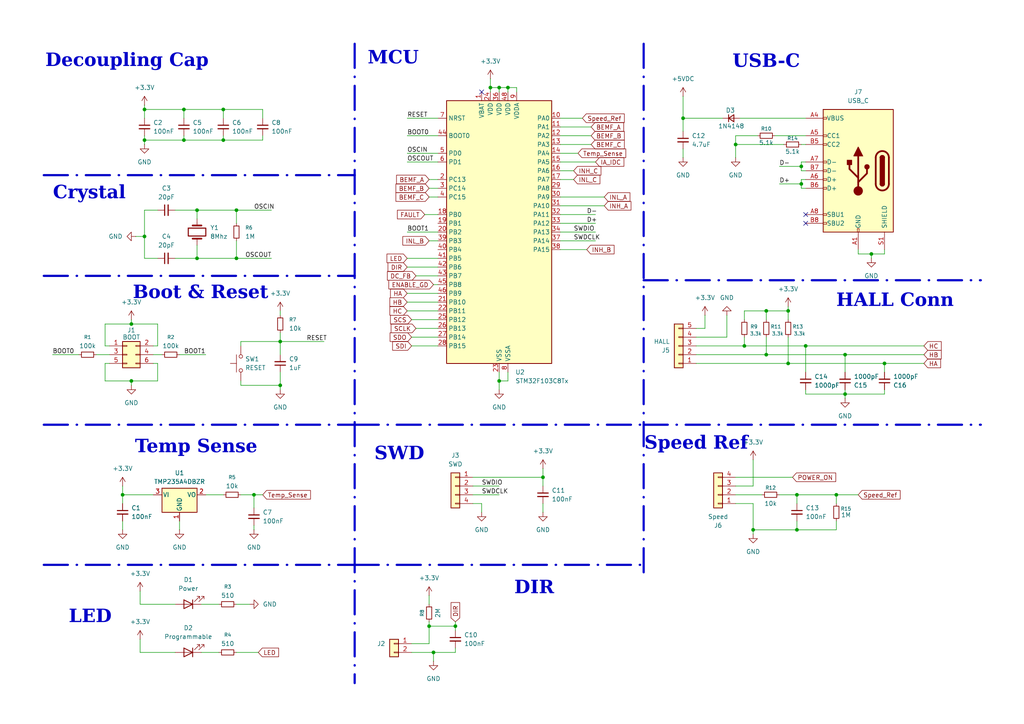
<source format=kicad_sch>
(kicad_sch (version 20250114) (generator "eeschema") (generator_version "9.0")
  (paper "A4")
  (title_block (title "MCU and Periphs") (date "2025-06-11"))
  (lib_symbols
    (symbol "Connector:USB_C_Receptacle_USB2.0_16P" (pin_names (offset 1.016))
      (property "Reference" "J" (at 0 22.225 0))
      (property "Value" "USB_C_Receptacle_USB2.0_16P" (at 0 19.685 0))
      (symbol "USB_C_Receptacle_USB2.0_16P_1_1"
        (pin passive line (at -7.62 -22.86 90) (length 5.08) (name "SHIELD") (number "S1"))
        (pin passive line (at 0 -22.86 90) (length 5.08) (name "GND") (number "A1"))
        (pin passive line (at 0 -22.86 90) (length 5.08) (hide yes) (name "GND") (number "A12"))
        (pin passive line (at 0 -22.86 90) (length 5.08) (hide yes) (name "GND") (number "B1"))
        (pin passive line (at 0 -22.86 90) (length 5.08) (hide yes) (name "GND") (number "B12"))
        (pin passive line (at 15.24 15.24 180) (length 5.08) (name "VBUS") (number "A4"))
        (pin passive line (at 15.24 15.24 180) (length 5.08) (hide yes) (name "VBUS") (number "A9"))
        (pin passive line (at 15.24 15.24 180) (length 5.08) (hide yes) (name "VBUS") (number "B4"))
        (pin passive line (at 15.24 15.24 180) (length 5.08) (hide yes) (name "VBUS") (number "B9"))
        (pin bidirectional line (at 15.24 10.16 180) (length 5.08) (name "CC1") (number "A5"))
        (pin bidirectional line (at 15.24 7.62 180) (length 5.08) (name "CC2") (number "B5"))
        (pin bidirectional line (at 15.24 2.54 180) (length 5.08) (name "D-") (number "A7"))
        (pin bidirectional line (at 15.24 0 180) (length 5.08) (name "D-") (number "B7"))
        (pin bidirectional line (at 15.24 -2.54 180) (length 5.08) (name "D+") (number "A6"))
        (pin bidirectional line (at 15.24 -5.08 180) (length 5.08) (name "D+") (number "B6"))
        (pin bidirectional line (at 15.24 -12.7 180) (length 5.08) (name "SBU1") (number "A8"))
        (pin bidirectional line (at 15.24 -15.24 180) (length 5.08) (name "SBU2") (number "B8"))
      )
    )
    (symbol "Connector_Generic:Conn_01x02" (pin_names (offset 1.016) (hide yes))
      (property "Reference" "J" (at 0 2.54 0))
      (property "Value" "Conn_01x02" (at 0 -5.08 0))
      (symbol "Conn_01x02_1_1"
        (pin passive line (at -5.08 0 0) (length 3.81) (name "Pin_1") (number "1"))
        (pin passive line (at -5.08 -2.54 0) (length 3.81) (name "Pin_2") (number "2"))
      )
    )
    (symbol "Connector_Generic:Conn_01x04" (pin_names (offset 1.016) (hide yes))
      (property "Reference" "J" (at 0 5.08 0))
      (property "Value" "Conn_01x04" (at 0 -7.62 0))
      (symbol "Conn_01x04_1_1"
        (pin passive line (at -5.08 2.54 0) (length 3.81) (name "Pin_1") (number "1"))
        (pin passive line (at -5.08 0 0) (length 3.81) (name "Pin_2") (number "2"))
        (pin passive line (at -5.08 -2.54 0) (length 3.81) (name "Pin_3") (number "3"))
        (pin passive line (at -5.08 -5.08 0) (length 3.81) (name "Pin_4") (number "4"))
      )
    )
    (symbol "Connector_Generic:Conn_01x05" (pin_names (offset 1.016) (hide yes))
      (property "Reference" "J" (at 0 7.62 0))
      (property "Value" "Conn_01x05" (at 0 -7.62 0))
      (symbol "Conn_01x05_1_1"
        (pin passive line (at -5.08 5.08 0) (length 3.81) (name "Pin_1") (number "1"))
        (pin passive line (at -5.08 2.54 0) (length 3.81) (name "Pin_2") (number "2"))
        (pin passive line (at -5.08 0 0) (length 3.81) (name "Pin_3") (number "3"))
        (pin passive line (at -5.08 -2.54 0) (length 3.81) (name "Pin_4") (number "4"))
        (pin passive line (at -5.08 -5.08 0) (length 3.81) (name "Pin_5") (number "5"))
      )
    )
    (symbol "Connector_Generic:Conn_02x03_Odd_Even" (pin_names (offset 1.016) (hide yes))
      (property "Reference" "J" (at 1.27 5.08 0))
      (property "Value" "Conn_02x03_Odd_Even" (at 1.27 -5.08 0))
      (symbol "Conn_02x03_Odd_Even_1_1"
        (pin passive line (at -5.08 2.54 0) (length 3.81) (name "Pin_1") (number "1"))
        (pin passive line (at -5.08 0 0) (length 3.81) (name "Pin_3") (number "3"))
        (pin passive line (at -5.08 -2.54 0) (length 3.81) (name "Pin_5") (number "5"))
        (pin passive line (at 7.62 2.54 180) (length 3.81) (name "Pin_2") (number "2"))
        (pin passive line (at 7.62 0 180) (length 3.81) (name "Pin_4") (number "4"))
        (pin passive line (at 7.62 -2.54 180) (length 3.81) (name "Pin_6") (number "6"))
      )
    )
    (symbol "Device:C_Small" (pin_numbers (hide yes)) (pin_names (offset 0.254) (hide yes))
      (property "Reference" "C" (at 0.254 1.778 0))
      (property "Value" "C_Small" (at 0.254 -2.032 0))
      (symbol "C_Small_1_1"
        (pin passive line (at 0 2.54 270) (length 2.032) (name "~") (number "1"))
        (pin passive line (at 0 -2.54 90) (length 2.032) (name "~") (number "2"))
      )
    )
    (symbol "Device:Crystal" (pin_numbers (hide yes)) (pin_names (offset 1.016) (hide yes))
      (property "Reference" "Y" (at 0 3.81 0))
      (property "Value" "Crystal" (at 0 -3.81 0))
      (symbol "Crystal_1_1"
        (pin passive line (at -3.81 0 0) (length 1.27) (name "1") (number "1"))
        (pin passive line (at 3.81 0 180) (length 1.27) (name "2") (number "2"))
      )
    )
    (symbol "Device:D_Small" (pin_numbers (hide yes)) (pin_names (offset 0.254) (hide yes))
      (property "Reference" "D" (at -1.27 2.032 0))
      (property "Value" "D_Small" (at -3.81 -2.032 0))
      (symbol "D_Small_1_1"
        (pin passive line (at -2.54 0 0) (length 1.778) (name "K") (number "1"))
        (pin passive line (at 2.54 0 180) (length 1.778) (name "A") (number "2"))
      )
    )
    (symbol "Device:LED" (pin_numbers (hide yes)) (pin_names (offset 1.016) (hide yes))
      (property "Reference" "D" (at 0 2.54 0))
      (property "Value" "LED" (at 0 -2.54 0))
      (symbol "LED_1_1"
        (pin passive line (at -3.81 0 0) (length 2.54) (name "K") (number "1"))
        (pin passive line (at 3.81 0 180) (length 2.54) (name "A") (number "2"))
      )
    )
    (symbol "Device:R_Small" (pin_numbers (hide yes)) (pin_names (offset 0.254) (hide yes))
      (property "Reference" "R" (at 0 0 90))
      (property "Value" "R_Small" (at 1.778 0 90))
      (symbol "R_Small_1_1"
        (pin passive line (at 0 2.54 270) (length 0.762) (name "~") (number "1"))
        (pin passive line (at 0 -2.54 90) (length 0.762) (name "~") (number "2"))
      )
    )
    (symbol "MCU_ST_STM32F1:STM32F103C8Tx"
      (property "Reference" "U" (at -15.24 39.37 0))
      (property "Value" "STM32F103C8Tx" (at 7.62 39.37 0))
      (symbol "STM32F103C8Tx_1_1"
        (pin input line (at -17.78 33.02 0) (length 2.54) (name "NRST") (number "7"))
        (pin input line (at -17.78 27.94 0) (length 2.54) (name "BOOT0") (number "44"))
        (pin bidirectional line (at -17.78 22.86 0) (length 2.54) (name "PD0") (number "5"))
        (pin bidirectional line (at -17.78 20.32 0) (length 2.54) (name "PD1") (number "6"))
        (pin bidirectional line (at -17.78 15.24 0) (length 2.54) (name "PC13") (number "2"))
        (pin bidirectional line (at -17.78 12.7 0) (length 2.54) (name "PC14") (number "3"))
        (pin bidirectional line (at -17.78 10.16 0) (length 2.54) (name "PC15") (number "4"))
        (pin bidirectional line (at -17.78 5.08 0) (length 2.54) (name "PB0") (number "18"))
        (pin bidirectional line (at -17.78 2.54 0) (length 2.54) (name "PB1") (number "19"))
        (pin bidirectional line (at -17.78 0 0) (length 2.54) (name "PB2") (number "20"))
        (pin bidirectional line (at -17.78 -2.54 0) (length 2.54) (name "PB3") (number "39"))
        (pin bidirectional line (at -17.78 -5.08 0) (length 2.54) (name "PB4") (number "40"))
        (pin bidirectional line (at -17.78 -7.62 0) (length 2.54) (name "PB5") (number "41"))
        (pin bidirectional line (at -17.78 -10.16 0) (length 2.54) (name "PB6") (number "42"))
        (pin bidirectional line (at -17.78 -12.7 0) (length 2.54) (name "PB7") (number "43"))
        (pin bidirectional line (at -17.78 -15.24 0) (length 2.54) (name "PB8") (number "45"))
        (pin bidirectional line (at -17.78 -17.78 0) (length 2.54) (name "PB9") (number "46"))
        (pin bidirectional line (at -17.78 -20.32 0) (length 2.54) (name "PB10") (number "21"))
        (pin bidirectional line (at -17.78 -22.86 0) (length 2.54) (name "PB11") (number "22"))
        (pin bidirectional line (at -17.78 -25.4 0) (length 2.54) (name "PB12") (number "25"))
        (pin bidirectional line (at -17.78 -27.94 0) (length 2.54) (name "PB13") (number "26"))
        (pin bidirectional line (at -17.78 -30.48 0) (length 2.54) (name "PB14") (number "27"))
        (pin bidirectional line (at -17.78 -33.02 0) (length 2.54) (name "PB15") (number "28"))
        (pin power_in line (at -5.08 40.64 270) (length 2.54) (name "VBAT") (number "1"))
        (pin power_in line (at -2.54 40.64 270) (length 2.54) (name "VDD") (number "24"))
        (pin power_in line (at 0 40.64 270) (length 2.54) (name "VDD") (number "36"))
        (pin power_in line (at 0 -40.64 90) (length 2.54) (name "VSS") (number "23"))
        (pin passive line (at 0 -40.64 90) (length 2.54) (hide yes) (name "VSS") (number "35"))
        (pin passive line (at 0 -40.64 90) (length 2.54) (hide yes) (name "VSS") (number "47"))
        (pin power_in line (at 2.54 40.64 270) (length 2.54) (name "VDD") (number "48"))
        (pin power_in line (at 2.54 -40.64 90) (length 2.54) (name "VSSA") (number "8"))
        (pin power_in line (at 5.08 40.64 270) (length 2.54) (name "VDDA") (number "9"))
        (pin bidirectional line (at 17.78 33.02 180) (length 2.54) (name "PA0") (number "10"))
        (pin bidirectional line (at 17.78 30.48 180) (length 2.54) (name "PA1") (number "11"))
        (pin bidirectional line (at 17.78 27.94 180) (length 2.54) (name "PA2") (number "12"))
        (pin bidirectional line (at 17.78 25.4 180) (length 2.54) (name "PA3") (number "13"))
        (pin bidirectional line (at 17.78 22.86 180) (length 2.54) (name "PA4") (number "14"))
        (pin bidirectional line (at 17.78 20.32 180) (length 2.54) (name "PA5") (number "15"))
        (pin bidirectional line (at 17.78 17.78 180) (length 2.54) (name "PA6") (number "16"))
        (pin bidirectional line (at 17.78 15.24 180) (length 2.54) (name "PA7") (number "17"))
        (pin bidirectional line (at 17.78 12.7 180) (length 2.54) (name "PA8") (number "29"))
        (pin bidirectional line (at 17.78 10.16 180) (length 2.54) (name "PA9") (number "30"))
        (pin bidirectional line (at 17.78 7.62 180) (length 2.54) (name "PA10") (number "31"))
        (pin bidirectional line (at 17.78 5.08 180) (length 2.54) (name "PA11") (number "32"))
        (pin bidirectional line (at 17.78 2.54 180) (length 2.54) (name "PA12") (number "33"))
        (pin bidirectional line (at 17.78 0 180) (length 2.54) (name "PA13") (number "34"))
        (pin bidirectional line (at 17.78 -2.54 180) (length 2.54) (name "PA14") (number "37"))
        (pin bidirectional line (at 17.78 -5.08 180) (length 2.54) (name "PA15") (number "38"))
      )
    )
    (symbol "Regulator_Linear:APE8865N-24-HF-3" (pin_names (offset 0.254))
      (property "Reference" "U" (at -3.81 3.175 0))
      (property "Value" "APE8865N-24-HF-3" (at 0 3.175 0))
      (symbol "APE8865N-24-HF-3_1_1"
        (pin power_in line (at -7.62 0 0) (length 2.54) (name "VI") (number "3"))
        (pin power_in line (at 0 -7.62 90) (length 2.54) (name "GND") (number "1"))
        (pin power_out line (at 7.62 0 180) (length 2.54) (name "VO") (number "2"))
      )
    )
    (symbol "Switch:SW_MEC_5G" (pin_numbers (hide yes)) (pin_names (offset 1.016) (hide yes))
      (property "Reference" "SW1" (at 1.2701 -1.27 90))
      (property "Value" "RESET" (at -1.2699 -1.27 90))
      (symbol "SW_MEC_5G_1_1"
        (pin passive line (at -5.08 0 0) (length 2.54) (name "A") (number "1"))
        (pin passive line (at -5.08 0 0) (length 2.54) (hide yes) (name "A") (number "2"))
        (pin passive line (at 5.08 0 180) (length 2.54) (name "B") (number "2"))
        (pin passive line (at 5.08 0 180) (length 2.54) (hide yes) (name "B") (number "4"))
      )
    )
    (symbol "power:GND" (power) (pin_numbers (hide yes)) (pin_names (offset 0) (hide yes))
      (property "Value" "GND" (at 0 -3.81 0))
      (symbol "GND_1_1"
        (pin power_in line (at 0 0 270) (length 0) (name "~") (number "1"))
      )
    )
    (symbol "power:VCC" (power) (pin_numbers (hide yes)) (pin_names (offset 0) (hide yes))
      (property "Value" "VCC" (at 0 3.556 0))
      (symbol "VCC_1_1"
        (pin power_in line (at 0 0 90) (length 0) (name "~") (number "1"))
      )
    )
  )
  (text "MCU" (at 114.046 18.034 0) (effects (font (size 3.81 3.81) (bold yes))))
  (text "DIR" (at 154.94 171.704 0) (effects (font (size 3.81 3.81) (bold yes))))
  (text "SWD" (at 115.824 132.842 0) (effects (font (size 3.81 3.81) (bold yes))))
  (text "Temp Sense" (at 56.896 130.81 0) (effects (font (size 3.81 3.81) (bold yes))))
  (text "Speed Ref\n" (at 201.93 129.794 0) (effects (font (size 3.81 3.81) (bold yes))))
  (text "Crystal" (at 25.908 57.15 0) (effects (font (size 3.81 3.81) (bold yes))))
  (text "HALL Conn" (at 259.588 88.392 0) (effects (font (size 3.81 3.81) (bold yes))))
  (text "Boot & Reset" (at 58.166 86.106 0) (effects (font (size 3.81 3.81) (bold yes))))
  (text "Decoupling Cap" (at 36.83 18.796 0) (effects (font (size 3.81 3.81) (bold yes))))
  (text "LED" (at 26.162 180.086 0) (effects (font (size 3.81 3.81) (bold yes))))
  (text "USB-C" (at 222.25 19.05 0) (effects (font (size 3.81 3.81) (bold yes))))
  (junction (at 41.91 68.58))
  (junction (at 228.6 90.17))
  (junction (at 256.54 105.41))
  (junction (at 232.41 53.34))
  (junction (at 125.73 189.23))
  (junction (at 81.28 111.76))
  (junction (at 64.77 40.64))
  (junction (at 144.78 110.49))
  (junction (at 242.57 143.51))
  (junction (at 81.28 99.06))
  (junction (at 252.73 73.66))
  (junction (at 213.36 41.91))
  (junction (at 142.24 25.4))
  (junction (at 245.11 114.3))
  (junction (at 73.66 143.51))
  (junction (at 132.08 181.61))
  (junction (at 68.58 74.93))
  (junction (at 38.1 110.49))
  (junction (at 38.1 93.98))
  (junction (at 147.32 25.4))
  (junction (at 198.12 34.29))
  (junction (at 231.14 143.51))
  (junction (at 64.77 31.75))
  (junction (at 35.56 143.51))
  (junction (at 218.44 153.67))
  (junction (at 41.91 40.64))
  (junction (at 68.58 60.96))
  (junction (at 222.25 90.17))
  (junction (at 157.48 138.43))
  (junction (at 232.41 48.26))
  (junction (at 57.15 74.93))
  (junction (at 53.34 40.64))
  (junction (at 231.14 153.67))
  (junction (at 144.78 25.4))
  (junction (at 233.68 100.33))
  (junction (at 228.6 105.41))
  (junction (at 215.9 100.33))
  (junction (at 41.91 31.75))
  (junction (at 57.15 60.96))
  (junction (at 124.46 181.61))
  (junction (at 245.11 102.87))
  (junction (at 53.34 31.75))
  (junction (at 222.25 102.87))
  (no_connect (at 139.7 26.67))
  (no_connect (at 233.68 62.23))
  (no_connect (at 233.68 64.77))
  (polyline (pts (xy 102.87 12.7) (xy 102.87 198.12)) (stroke (width 0.635) (type dash_dot)))
  (wire (pts (xy 118.11 74.93) (xy 127 74.93)))
  (wire (pts (xy 231.14 143.51) (xy 226.06 143.51)))
  (wire (pts (xy 137.16 143.51) (xy 144.78 143.51)))
  (wire (pts (xy 118.11 67.31) (xy 127 67.31)))
  (wire (pts (xy 119.38 97.79) (xy 127 97.79)))
  (wire (pts (xy 157.48 138.43) (xy 137.16 138.43)))
  (wire (pts (xy 147.32 26.67) (xy 147.32 25.4)))
  (wire (pts (xy 118.11 85.09) (xy 127 85.09)))
  (wire (pts (xy 147.32 25.4) (xy 144.78 25.4)))
  (wire (pts (xy 231.14 151.13) (xy 231.14 153.67)))
  (wire (pts (xy 57.15 63.5) (xy 57.15 60.96)))
  (wire (pts (xy 68.58 60.96) (xy 57.15 60.96)))
  (wire (pts (xy 198.12 38.1) (xy 198.12 34.29)))
  (wire (pts (xy 233.68 100.33) (xy 267.97 100.33)))
  (wire (pts (xy 64.77 40.64) (xy 53.34 40.64)))
  (wire (pts (xy 53.34 39.37) (xy 53.34 40.64)))
  (wire (pts (xy 69.85 99.06) (xy 81.28 99.06)))
  (wire (pts (xy 45.72 100.33) (xy 44.45 100.33)))
  (wire (pts (xy 45.72 100.33) (xy 45.72 93.98)))
  (wire (pts (xy 233.68 114.3) (xy 233.68 113.03)))
  (wire (pts (xy 119.38 100.33) (xy 127 100.33)))
  (wire (pts (xy 38.1 110.49) (xy 38.1 111.76)))
  (wire (pts (xy 125.73 189.23) (xy 125.73 191.77)))
  (wire (pts (xy 53.34 34.29) (xy 53.34 31.75)))
  (wire (pts (xy 252.73 73.66) (xy 248.92 73.66)))
  (wire (pts (xy 137.16 140.97) (xy 144.78 140.97)))
  (wire (pts (xy 39.37 68.58) (xy 41.91 68.58)))
  (wire (pts (xy 40.64 185.42) (xy 40.64 189.23)))
  (wire (pts (xy 118.11 87.63) (xy 127 87.63)))
  (wire (pts (xy 124.46 52.07) (xy 127 52.07)))
  (wire (pts (xy 242.57 151.13) (xy 242.57 153.67)))
  (wire (pts (xy 76.2 40.64) (xy 64.77 40.64)))
  (wire (pts (xy 45.72 93.98) (xy 38.1 93.98)))
  (wire (pts (xy 210.82 97.79) (xy 210.82 91.44)))
  (wire (pts (xy 256.54 105.41) (xy 267.97 105.41)))
  (wire (pts (xy 198.12 45.72) (xy 198.12 43.18)))
  (wire (pts (xy 118.11 77.47) (xy 127 77.47)))
  (wire (pts (xy 232.41 49.53) (xy 233.68 49.53)))
  (wire (pts (xy 132.08 180.34) (xy 132.08 181.61)))
  (wire (pts (xy 201.93 100.33) (xy 215.9 100.33)))
  (wire (pts (xy 229.87 138.43) (xy 213.36 138.43)))
  (wire (pts (xy 124.46 181.61) (xy 124.46 186.69)))
  (wire (pts (xy 118.11 44.45) (xy 127 44.45)))
  (wire (pts (xy 44.45 143.51) (xy 35.56 143.51)))
  (wire (pts (xy 170.18 72.39) (xy 162.56 72.39)))
  (wire (pts (xy 57.15 74.93) (xy 50.8 74.93)))
  (wire (pts (xy 50.8 60.96) (xy 57.15 60.96)))
  (wire (pts (xy 168.91 34.29) (xy 162.56 34.29)))
  (wire (pts (xy 15.24 102.87) (xy 22.86 102.87)))
  (wire (pts (xy 73.66 143.51) (xy 76.2 143.51)))
  (wire (pts (xy 50.8 175.26) (xy 40.64 175.26)))
  (wire (pts (xy 124.46 181.61) (xy 132.08 181.61)))
  (polyline (pts (xy 186.69 123.19) (xy 284.48 123.19)) (stroke (width 0.635) (type dash_dot)))
  (wire (pts (xy 118.11 39.37) (xy 127 39.37)))
  (wire (pts (xy 201.93 97.79) (xy 210.82 97.79)))
  (wire (pts (xy 52.07 153.67) (xy 52.07 151.13)))
  (wire (pts (xy 81.28 99.06) (xy 81.28 102.87)))
  (wire (pts (xy 68.58 74.93) (xy 57.15 74.93)))
  (wire (pts (xy 175.26 59.69) (xy 162.56 59.69)))
  (wire (pts (xy 64.77 31.75) (xy 64.77 34.29)))
  (wire (pts (xy 73.66 143.51) (xy 69.85 143.51)))
  (wire (pts (xy 201.93 102.87) (xy 222.25 102.87)))
  (wire (pts (xy 166.37 49.53) (xy 162.56 49.53)))
  (wire (pts (xy 44.45 105.41) (xy 45.72 105.41)))
  (wire (pts (xy 198.12 34.29) (xy 198.12 27.94)))
  (wire (pts (xy 119.38 186.69) (xy 124.46 186.69)))
  (wire (pts (xy 125.73 82.55) (xy 127 82.55)))
  (wire (pts (xy 30.48 105.41) (xy 30.48 110.49)))
  (wire (pts (xy 73.66 147.32) (xy 73.66 143.51)))
  (wire (pts (xy 147.32 107.95) (xy 147.32 110.49)))
  (polyline (pts (xy 12.7 50.8) (xy 102.87 50.8)) (stroke (width 0.635) (type dash_dot)))
  (polyline (pts (xy 186.69 12.7) (xy 186.69 166.37)) (stroke (width 0.635) (type dash_dot)))
  (wire (pts (xy 30.48 110.49) (xy 38.1 110.49)))
  (wire (pts (xy 213.36 41.91) (xy 227.33 41.91)))
  (wire (pts (xy 40.64 175.26) (xy 40.64 171.45)))
  (wire (pts (xy 231.14 143.51) (xy 242.57 143.51)))
  (wire (pts (xy 118.11 90.17) (xy 127 90.17)))
  (wire (pts (xy 215.9 90.17) (xy 222.25 90.17)))
  (wire (pts (xy 222.25 102.87) (xy 245.11 102.87)))
  (wire (pts (xy 142.24 26.67) (xy 142.24 25.4)))
  (wire (pts (xy 41.91 60.96) (xy 45.72 60.96)))
  (wire (pts (xy 76.2 39.37) (xy 76.2 40.64)))
  (wire (pts (xy 30.48 93.98) (xy 38.1 93.98)))
  (wire (pts (xy 81.28 96.52) (xy 81.28 99.06)))
  (wire (pts (xy 215.9 100.33) (xy 233.68 100.33)))
  (wire (pts (xy 76.2 34.29) (xy 76.2 31.75)))
  (wire (pts (xy 41.91 31.75) (xy 41.91 34.29)))
  (wire (pts (xy 31.75 100.33) (xy 30.48 100.33)))
  (wire (pts (xy 31.75 105.41) (xy 30.48 105.41)))
  (wire (pts (xy 256.54 113.03) (xy 256.54 114.3)))
  (wire (pts (xy 64.77 39.37) (xy 64.77 40.64)))
  (wire (pts (xy 120.65 95.25) (xy 127 95.25)))
  (wire (pts (xy 46.99 102.87) (xy 44.45 102.87)))
  (wire (pts (xy 256.54 105.41) (xy 256.54 107.95)))
  (wire (pts (xy 215.9 97.79) (xy 215.9 100.33)))
  (wire (pts (xy 218.44 146.05) (xy 218.44 153.67)))
  (wire (pts (xy 40.64 189.23) (xy 50.8 189.23)))
  (wire (pts (xy 233.68 100.33) (xy 233.68 107.95)))
  (wire (pts (xy 149.86 25.4) (xy 147.32 25.4)))
  (wire (pts (xy 124.46 57.15) (xy 127 57.15)))
  (wire (pts (xy 68.58 64.77) (xy 68.58 60.96)))
  (wire (pts (xy 157.48 135.89) (xy 157.48 138.43)))
  (wire (pts (xy 256.54 114.3) (xy 245.11 114.3)))
  (wire (pts (xy 222.25 92.71) (xy 222.25 90.17)))
  (wire (pts (xy 45.72 105.41) (xy 45.72 110.49)))
  (wire (pts (xy 41.91 30.48) (xy 41.91 31.75)))
  (wire (pts (xy 57.15 71.12) (xy 57.15 74.93)))
  (wire (pts (xy 132.08 189.23) (xy 125.73 189.23)))
  (wire (pts (xy 245.11 114.3) (xy 233.68 114.3)))
  (wire (pts (xy 232.41 52.07) (xy 232.41 53.34)))
  (wire (pts (xy 224.79 39.37) (xy 233.68 39.37)))
  (wire (pts (xy 58.42 175.26) (xy 63.5 175.26)))
  (wire (pts (xy 162.56 64.77) (xy 172.72 64.77)))
  (polyline (pts (xy 102.87 123.19) (xy 186.69 123.19)) (stroke (width 0.635) (type dash_dot)))
  (wire (pts (xy 252.73 74.93) (xy 252.73 73.66)))
  (wire (pts (xy 157.48 148.59) (xy 157.48 146.05)))
  (wire (pts (xy 245.11 114.3) (xy 245.11 115.57)))
  (wire (pts (xy 144.78 25.4) (xy 142.24 25.4)))
  (wire (pts (xy 213.36 143.51) (xy 220.98 143.51)))
  (wire (pts (xy 232.41 54.61) (xy 233.68 54.61)))
  (wire (pts (xy 142.24 22.86) (xy 142.24 25.4)))
  (wire (pts (xy 30.48 100.33) (xy 30.48 93.98)))
  (wire (pts (xy 162.56 69.85) (xy 172.72 69.85)))
  (wire (pts (xy 245.11 102.87) (xy 267.97 102.87)))
  (wire (pts (xy 68.58 175.26) (xy 72.39 175.26)))
  (wire (pts (xy 215.9 92.71) (xy 215.9 90.17)))
  (wire (pts (xy 41.91 40.64) (xy 41.91 39.37)))
  (wire (pts (xy 132.08 181.61) (xy 132.08 182.88)))
  (wire (pts (xy 228.6 105.41) (xy 256.54 105.41)))
  (wire (pts (xy 41.91 68.58) (xy 41.91 60.96)))
  (wire (pts (xy 256.54 73.66) (xy 256.54 72.39)))
  (wire (pts (xy 157.48 140.97) (xy 157.48 138.43)))
  (wire (pts (xy 45.72 74.93) (xy 41.91 74.93)))
  (wire (pts (xy 81.28 113.03) (xy 81.28 111.76)))
  (wire (pts (xy 137.16 146.05) (xy 139.7 146.05)))
  (wire (pts (xy 228.6 88.9) (xy 228.6 90.17)))
  (wire (pts (xy 124.46 54.61) (xy 127 54.61)))
  (wire (pts (xy 232.41 48.26) (xy 232.41 49.53)))
  (wire (pts (xy 123.19 62.23) (xy 127 62.23)))
  (wire (pts (xy 68.58 69.85) (xy 68.58 74.93)))
  (wire (pts (xy 41.91 41.91) (xy 41.91 40.64)))
  (wire (pts (xy 119.38 92.71) (xy 127 92.71)))
  (wire (pts (xy 228.6 90.17) (xy 228.6 92.71)))
  (wire (pts (xy 162.56 62.23) (xy 172.72 62.23)))
  (wire (pts (xy 162.56 67.31) (xy 172.72 67.31)))
  (wire (pts (xy 231.14 146.05) (xy 231.14 143.51)))
  (wire (pts (xy 204.47 95.25) (xy 204.47 91.44)))
  (wire (pts (xy 248.92 72.39) (xy 248.92 73.66)))
  (wire (pts (xy 172.72 46.99) (xy 162.56 46.99)))
  (polyline (pts (xy 12.7 163.83) (xy 102.87 163.83)) (stroke (width 0.635) (type dash_dot)))
  (wire (pts (xy 144.78 113.03) (xy 144.78 110.49)))
  (wire (pts (xy 171.45 39.37) (xy 162.56 39.37)))
  (wire (pts (xy 171.45 36.83) (xy 162.56 36.83)))
  (wire (pts (xy 214.63 34.29) (xy 233.68 34.29)))
  (wire (pts (xy 119.38 189.23) (xy 125.73 189.23)))
  (wire (pts (xy 245.11 113.03) (xy 245.11 114.3)))
  (wire (pts (xy 162.56 41.91) (xy 171.45 41.91)))
  (wire (pts (xy 201.93 105.41) (xy 228.6 105.41)))
  (wire (pts (xy 231.14 153.67) (xy 218.44 153.67)))
  (wire (pts (xy 245.11 102.87) (xy 245.11 107.95)))
  (wire (pts (xy 64.77 31.75) (xy 53.34 31.75)))
  (wire (pts (xy 167.64 44.45) (xy 162.56 44.45)))
  (wire (pts (xy 35.56 143.51) (xy 35.56 140.97)))
  (wire (pts (xy 218.44 153.67) (xy 218.44 154.94)))
  (wire (pts (xy 52.07 102.87) (xy 59.69 102.87)))
  (wire (pts (xy 147.32 110.49) (xy 144.78 110.49)))
  (wire (pts (xy 256.54 73.66) (xy 252.73 73.66)))
  (wire (pts (xy 68.58 74.93) (xy 78.74 74.93)))
  (wire (pts (xy 166.37 52.07) (xy 162.56 52.07)))
  (wire (pts (xy 232.41 41.91) (xy 233.68 41.91)))
  (wire (pts (xy 213.36 146.05) (xy 218.44 146.05)))
  (wire (pts (xy 81.28 90.17) (xy 81.28 91.44)))
  (wire (pts (xy 233.68 52.07) (xy 232.41 52.07)))
  (wire (pts (xy 139.7 146.05) (xy 139.7 148.59)))
  (wire (pts (xy 132.08 187.96) (xy 132.08 189.23)))
  (polyline (pts (xy 186.69 81.28) (xy 284.48 81.28)) (stroke (width 0.635) (type dash_dot)))
  (wire (pts (xy 124.46 172.72) (xy 124.46 175.26)))
  (wire (pts (xy 81.28 111.76) (xy 81.28 107.95)))
  (wire (pts (xy 68.58 60.96) (xy 78.74 60.96)))
  (polyline (pts (xy 12.7 123.19) (xy 102.87 123.19)) (stroke (width 0.635) (type dash_dot)))
  (wire (pts (xy 232.41 46.99) (xy 232.41 48.26)))
  (wire (pts (xy 144.78 26.67) (xy 144.78 25.4)))
  (wire (pts (xy 69.85 111.76) (xy 81.28 111.76)))
  (wire (pts (xy 226.06 48.26) (xy 232.41 48.26)))
  (wire (pts (xy 144.78 110.49) (xy 144.78 107.95)))
  (wire (pts (xy 69.85 100.33) (xy 69.85 99.06)))
  (wire (pts (xy 73.66 153.67) (xy 73.66 152.4)))
  (wire (pts (xy 198.12 34.29) (xy 209.55 34.29)))
  (wire (pts (xy 35.56 143.51) (xy 35.56 146.05)))
  (wire (pts (xy 242.57 143.51) (xy 248.92 143.51)))
  (wire (pts (xy 35.56 153.67) (xy 35.56 151.13)))
  (wire (pts (xy 81.28 99.06) (xy 93.98 99.06)))
  (wire (pts (xy 226.06 53.34) (xy 232.41 53.34)))
  (wire (pts (xy 41.91 74.93) (xy 41.91 68.58)))
  (wire (pts (xy 228.6 97.79) (xy 228.6 105.41)))
  (wire (pts (xy 76.2 31.75) (xy 64.77 31.75)))
  (wire (pts (xy 222.25 90.17) (xy 228.6 90.17)))
  (wire (pts (xy 118.11 34.29) (xy 127 34.29)))
  (wire (pts (xy 118.11 46.99) (xy 127 46.99)))
  (wire (pts (xy 175.26 57.15) (xy 162.56 57.15)))
  (wire (pts (xy 242.57 146.05) (xy 242.57 143.51)))
  (wire (pts (xy 124.46 69.85) (xy 127 69.85)))
  (wire (pts (xy 218.44 133.35) (xy 218.44 140.97)))
  (wire (pts (xy 219.71 39.37) (xy 213.36 39.37)))
  (wire (pts (xy 124.46 181.61) (xy 124.46 180.34)))
  (wire (pts (xy 218.44 140.97) (xy 213.36 140.97)))
  (wire (pts (xy 120.65 80.01) (xy 127 80.01)))
  (wire (pts (xy 242.57 153.67) (xy 231.14 153.67)))
  (wire (pts (xy 38.1 92.71) (xy 38.1 93.98)))
  (wire (pts (xy 232.41 53.34) (xy 232.41 54.61)))
  (wire (pts (xy 53.34 31.75) (xy 41.91 31.75)))
  (wire (pts (xy 222.25 97.79) (xy 222.25 102.87)))
  (wire (pts (xy 53.34 40.64) (xy 41.91 40.64)))
  (wire (pts (xy 58.42 189.23) (xy 63.5 189.23)))
  (wire (pts (xy 213.36 41.91) (xy 213.36 45.72)))
  (wire (pts (xy 45.72 110.49) (xy 38.1 110.49)))
  (wire (pts (xy 213.36 39.37) (xy 213.36 41.91)))
  (wire (pts (xy 68.58 189.23) (xy 74.93 189.23)))
  (wire (pts (xy 69.85 110.49) (xy 69.85 111.76)))
  (wire (pts (xy 233.68 46.99) (xy 232.41 46.99)))
  (polyline (pts (xy 102.87 163.83) (xy 186.69 163.83)) (stroke (width 0.635) (type dash_dot)))
  (wire (pts (xy 149.86 26.67) (xy 149.86 25.4)))
  (polyline (pts (xy 12.7 80.01) (xy 102.87 80.01)) (stroke (width 0.635) (type dash_dot)))
  (wire (pts (xy 27.94 102.87) (xy 31.75 102.87)))
  (wire (pts (xy 64.77 143.51) (xy 59.69 143.51)))
  (wire (pts (xy 201.93 95.25) (xy 204.47 95.25)))
  (label "SWDCLK" (at 166.37 69.85 0))
  (label "RESET" (at 88.9 99.06 0))
  (label "OSCIN" (at 73.66 60.96 0))
  (label "BOOT0" (at 15.24 102.87 0))
  (label "OSCIN" (at 118.11 44.45 0))
  (label "SWDCLK" (at 139.7 143.51 0))
  (label "RESET" (at 118.11 34.29 0))
  (label "BOOT1" (at 118.11 67.31 0))
  (label "BOOT0" (at 118.11 39.37 0))
  (label "D-" (at 226.06 48.26 0))
  (label "OSCOUT" (at 118.11 46.99 0))
  (label "D+" (at 226.06 53.34 0))
  (label "D-" (at 170.18 62.23 0))
  (label "BOOT1" (at 53.34 102.87 0))
  (label "SWDIO" (at 139.7 140.97 0))
  (label "SWDIO" (at 166.37 67.31 0))
  (label "OSCOUT" (at 71.12 74.93 0))
  (label "D+" (at 170.18 64.77 0))
  (global_label "HA" (shape input) (at 118.11 85.09 180) (property "Intersheetrefs" "${INTERSHEET_REFS}" (effects (hide yes))))
  (global_label "SDI" (shape input) (at 119.38 100.33 180) (property "Intersheetrefs" "${INTERSHEET_REFS}" (effects (hide yes))))
  (global_label "HC" (shape input) (at 118.11 90.17 180) (property "Intersheetrefs" "${INTERSHEET_REFS}" (effects (hide yes))))
  (global_label "Speed_Ref" (shape input) (at 168.91 34.29 0) (property "Intersheetrefs" "${INTERSHEET_REFS}" (effects (hide yes))))
  (global_label "SDO" (shape input) (at 119.38 97.79 180) (property "Intersheetrefs" "${INTERSHEET_REFS}" (effects (hide yes))))
  (global_label "BEMF_C" (shape input) (at 124.46 57.15 180) (property "Intersheetrefs" "${INTERSHEET_REFS}" (effects (hide yes))))
  (global_label "Speed_Ref" (shape input) (at 248.92 143.51 0) (property "Intersheetrefs" "${INTERSHEET_REFS}" (effects (hide yes))))
  (global_label "BEMF_B" (shape input) (at 171.45 39.37 0) (property "Intersheetrefs" "${INTERSHEET_REFS}" (effects (hide yes))))
  (global_label "Temp_Sense" (shape input) (at 167.64 44.45 0) (property "Intersheetrefs" "${INTERSHEET_REFS}" (effects (hide yes))))
  (global_label "LED" (shape input) (at 118.11 74.93 180) (property "Intersheetrefs" "${INTERSHEET_REFS}" (effects (hide yes))))
  (global_label "SCLK" (shape input) (at 120.65 95.25 180) (property "Intersheetrefs" "${INTERSHEET_REFS}" (effects (hide yes))))
  (global_label "HC" (shape input) (at 267.97 100.33 0) (property "Intersheetrefs" "${INTERSHEET_REFS}" (effects (hide yes))))
  (global_label "INH_B" (shape input) (at 170.18 72.39 0) (property "Intersheetrefs" "${INTERSHEET_REFS}" (effects (hide yes))))
  (global_label "POWER_ON" (shape input) (at 229.87 138.43 0) (property "Intersheetrefs" "${INTERSHEET_REFS}" (effects (hide yes))))
  (global_label "INH_C" (shape input) (at 166.37 49.53 0) (property "Intersheetrefs" "${INTERSHEET_REFS}" (effects (hide yes))))
  (global_label "LED" (shape input) (at 74.93 189.23 0) (property "Intersheetrefs" "${INTERSHEET_REFS}" (effects (hide yes))))
  (global_label "INL_B" (shape input) (at 124.46 69.85 180) (property "Intersheetrefs" "${INTERSHEET_REFS}" (effects (hide yes))))
  (global_label "SCS" (shape input) (at 119.38 92.71 180) (property "Intersheetrefs" "${INTERSHEET_REFS}" (effects (hide yes))))
  (global_label "BEMF_A" (shape input) (at 171.45 36.83 0) (property "Intersheetrefs" "${INTERSHEET_REFS}" (effects (hide yes))))
  (global_label "HB" (shape input) (at 267.97 102.87 0) (property "Intersheetrefs" "${INTERSHEET_REFS}" (effects (hide yes))))
  (global_label "BEMF_B" (shape input) (at 124.46 54.61 180) (property "Intersheetrefs" "${INTERSHEET_REFS}" (effects (hide yes))))
  (global_label "Temp_Sense" (shape input) (at 76.2 143.51 0) (property "Intersheetrefs" "${INTERSHEET_REFS}" (effects (hide yes))))
  (global_label "BEMF_C" (shape input) (at 171.45 41.91 0) (property "Intersheetrefs" "${INTERSHEET_REFS}" (effects (hide yes))))
  (global_label "HA" (shape input) (at 267.97 105.41 0) (property "Intersheetrefs" "${INTERSHEET_REFS}" (effects (hide yes))))
  (global_label "DC_FB" (shape input) (at 120.65 80.01 180) (property "Intersheetrefs" "${INTERSHEET_REFS}" (effects (hide yes))))
  (global_label "DIR" (shape input) (at 132.08 180.34 90) (property "Intersheetrefs" "${INTERSHEET_REFS}" (effects (hide yes))))
  (global_label "INL_A" (shape input) (at 175.26 57.15 0) (property "Intersheetrefs" "${INTERSHEET_REFS}" (effects (hide yes))))
  (global_label "HB" (shape input) (at 118.11 87.63 180) (property "Intersheetrefs" "${INTERSHEET_REFS}" (effects (hide yes))))
  (global_label "BEMF_A" (shape input) (at 124.46 52.07 180) (property "Intersheetrefs" "${INTERSHEET_REFS}" (effects (hide yes))))
  (global_label "DIR" (shape input) (at 118.11 77.47 180) (property "Intersheetrefs" "${INTERSHEET_REFS}" (effects (hide yes))))
  (global_label "IA_IDC" (shape input) (at 172.72 46.99 0) (property "Intersheetrefs" "${INTERSHEET_REFS}" (effects (hide yes))))
  (global_label "ENABLE_GD" (shape input) (at 125.73 82.55 180) (property "Intersheetrefs" "${INTERSHEET_REFS}" (effects (hide yes))))
  (global_label "INH_A" (shape input) (at 175.26 59.69 0) (property "Intersheetrefs" "${INTERSHEET_REFS}" (effects (hide yes))))
  (global_label "INL_C" (shape input) (at 166.37 52.07 0) (property "Intersheetrefs" "${INTERSHEET_REFS}" (effects (hide yes))))
  (global_label "FAULT" (shape input) (at 123.19 62.23 180) (property "Intersheetrefs" "${INTERSHEET_REFS}" (effects (hide yes))))
  (symbol (lib_id "Device:C_Small") (at 48.26 60.96 90) (unit 1)
    (property "Reference" "C3" (at 48.2663 54.61 90))
    (property "Value" "20pF" (at 48.2663 57.15 90))
    (property "Footprint" "Capacitor_SMD:C_0603_1608Metric" (effects (hide yes)))
    (property "Description" "Unpolarized capacitor, small symbol" (effects (hide yes)))
  )
  (symbol (lib_id "Device:R_Small") (at 215.9 95.25 180) (unit 1)
    (property "Reference" "R9" (at 218.694 94.742 0) (effects (font (size 1.016 1.016))))
    (property "Value" "3.3k" (at 219.202 96.774 0) (effects (font (size 1.016 1.016))))
    (property "Footprint" "Resistor_SMD:R_0603_1608Metric" (effects (hide yes)))
    (property "Description" "Resistor, small symbol" (effects (hide yes)))
  )
  (symbol (lib_id "power:GND") (at 252.73 74.93 0) (unit 1)
    (property "Reference" "#PWR031" (effects (hide yes)))
    (property "Value" "GND" (at 252.73 80.01 0))
    (property "Description" "Power symbol creates a global label with name \"GND\" , ground" (effects (hide yes)))
  )
  (symbol (lib_id "Regulator_Linear:APE8865N-24-HF-3") (at 52.07 143.51 0) (unit 1)
    (property "Reference" "U1" (at 52.07 137.16 0))
    (property "Value" "TMP235A4DBZR" (at 52.07 139.7 0))
    (property "Footprint" "Package_TO_SOT_SMD:SOT-23" (effects (hide yes)))
    (property "Datasheet" "http://www.tme.eu/fr/Document/ced3461ed31ea70a3c416fb648e0cde7/APE8865-3.pdf" (effects (hide yes)))
    (property "Description" "300mA Low Dropout Voltage Regulator, Fixed Output 2.4V, SOT-23" (effects (hide yes)))
  )
  (symbol (lib_id "power:GND") (at 35.56 153.67 0) (unit 1)
    (property "Reference" "#PWR02" (effects (hide yes)))
    (property "Value" "GND" (at 35.56 158.75 0))
    (property "Description" "Power symbol creates a global label with name \"GND\" , ground" (effects (hide yes)))
  )
  (symbol (lib_id "Device:Crystal") (at 57.15 67.31 90) (unit 1)
    (property "Reference" "Y1" (at 60.96 66.0399 90) (effects (justify right)))
    (property "Value" "8Mhz" (at 60.96 68.5799 90) (effects (justify right)))
    (property "Footprint" "Crystal:Crystal_HC18-U_Vertical" (effects (hide yes)))
    (property "Description" "Two pin crystal" (effects (hide yes)))
  )
  (symbol (lib_id "power:GND") (at 72.39 175.26 90) (unit 1)
    (property "Reference" "#PWR011" (effects (hide yes)))
    (property "Value" "GND" (at 76.2 175.2599 90) (effects (justify right)))
    (property "Description" "Power symbol creates a global label with name \"GND\" , ground" (effects (hide yes)))
  )
  (symbol (lib_id "Device:LED") (at 54.61 189.23 180) (unit 1)
    (property "Reference" "D2" (at 54.61 182.118 0))
    (property "Value" "Programmable" (at 54.61 184.658 0))
    (property "Footprint" "LED_SMD:LED_0603_1608Metric" (effects (hide yes)))
    (property "Description" "Light emitting diode" (effects (hide yes)))
    (property "Sim.Pins" "1=K 2=A" (effects (hide yes)))
  )
  (symbol (lib_id "power:GND") (at 144.78 113.03 0) (unit 1)
    (property "Reference" "#PWR019" (effects (hide yes)))
    (property "Value" "GND" (at 144.78 118.11 0))
    (property "Description" "Power symbol creates a global label with name \"GND\" , ground" (effects (hide yes)))
  )
  (symbol (lib_id "Device:C_Small") (at 245.11 110.49 0) (mirror x) (unit 1)
    (property "Reference" "C15" (at 247.65 111.7538 0) (effects (justify left)))
    (property "Value" "1000pF" (at 247.65 109.2138 0) (effects (justify left)))
    (property "Footprint" "Capacitor_SMD:C_0603_1608Metric" (effects (hide yes)))
    (property "Description" "Unpolarized capacitor, small symbol" (effects (hide yes)))
  )
  (symbol (lib_id "power:GND") (at 210.82 91.44 180) (unit 1)
    (property "Reference" "#PWR025" (effects (hide yes)))
    (property "Value" "GND" (at 210.82 86.36 0))
    (property "Description" "Power symbol creates a global label with name \"GND\" , ground" (effects (hide yes)))
  )
  (symbol (lib_id "power:GND") (at 139.7 148.59 0) (unit 1)
    (property "Reference" "#PWR017" (effects (hide yes)))
    (property "Value" "GND" (at 139.7 153.67 0))
    (property "Description" "Power symbol creates a global label with name \"GND\" , ground" (effects (hide yes)))
  )
  (symbol (lib_id "power:GND") (at 41.91 41.91 0) (unit 1)
    (property "Reference" "#PWR09" (effects (hide yes)))
    (property "Value" "GND" (at 41.91 46.99 0))
    (property "Description" "Power symbol creates a global label with name \"GND\" , ground" (effects (hide yes)))
  )
  (symbol (lib_id "power:GND") (at 125.73 191.77 0) (unit 1)
    (property "Reference" "#PWR016" (effects (hide yes)))
    (property "Value" "GND" (at 125.73 196.85 0))
    (property "Description" "Power symbol creates a global label with name \"GND\" , ground" (effects (hide yes)))
  )
  (symbol (lib_id "power:VCC") (at 40.64 185.42 0) (unit 1)
    (property "Reference" "#PWR07" (effects (hide yes)))
    (property "Value" "+3.3V" (at 40.64 180.34 0))
    (property "Description" "Power symbol creates a global label with name \"VCC\"" (effects (hide yes)))
  )
  (symbol (lib_id "Device:R_Small") (at 68.58 67.31 0) (unit 1)
    (property "Reference" "R6" (at 71.12 66.0399 0) (effects (font (size 1.016 1.016)) (justify left)))
    (property "Value" "1M" (at 71.12 68.5799 0) (effects (justify left)))
    (property "Footprint" "Resistor_SMD:R_0603_1608Metric" (effects (hide yes)))
    (property "Description" "Resistor, small symbol" (effects (hide yes)))
  )
  (symbol (lib_id "power:VCC") (at 204.47 91.44 0) (unit 1)
    (property "Reference" "#PWR024" (effects (hide yes)))
    (property "Value" "+3.3V" (at 204.47 86.36 0))
    (property "Description" "Power symbol creates a global label with name \"VCC\"" (effects (hide yes)))
  )
  (symbol (lib_id "Device:C_Small") (at 256.54 110.49 0) (mirror x) (unit 1)
    (property "Reference" "C16" (at 259.08 111.7538 0) (effects (justify left)))
    (property "Value" "1000pF" (at 259.08 109.2138 0) (effects (justify left)))
    (property "Footprint" "Capacitor_SMD:C_0603_1608Metric" (effects (hide yes)))
    (property "Description" "Unpolarized capacitor, small symbol" (effects (hide yes)))
  )
  (symbol (lib_id "power:VCC") (at 142.24 22.86 0) (unit 1)
    (property "Reference" "#PWR018" (effects (hide yes)))
    (property "Value" "+3.3V" (at 142.24 17.78 0))
    (property "Description" "Power symbol creates a global label with name \"VCC\"" (effects (hide yes)))
  )
  (symbol (lib_id "Device:C_Small") (at 132.08 185.42 0) (unit 1)
    (property "Reference" "C10" (at 134.62 184.1562 0) (effects (justify left)))
    (property "Value" "100nF" (at 134.62 186.6962 0) (effects (justify left)))
    (property "Footprint" "Capacitor_SMD:C_0603_1608Metric" (effects (hide yes)))
    (property "Description" "Unpolarized capacitor, small symbol" (effects (hide yes)))
  )
  (symbol (lib_id "power:VCC") (at 38.1 92.71 0) (unit 1)
    (property "Reference" "#PWR03" (effects (hide yes)))
    (property "Value" "+3.3V" (at 38.1 87.63 0))
    (property "Description" "Power symbol creates a global label with name \"VCC\"" (effects (hide yes)))
  )
  (symbol (lib_id "Device:R_Small") (at 67.31 143.51 90) (unit 1)
    (property "Reference" "R5" (at 67.31 138.43 90) (effects (font (size 1.016 1.016))))
    (property "Value" "10k" (at 67.31 140.97 90))
    (property "Footprint" "Resistor_SMD:R_0603_1608Metric" (effects (hide yes)))
    (property "Description" "Resistor, small symbol" (effects (hide yes)))
  )
  (symbol (lib_id "Device:C_Small") (at 35.56 148.59 0) (unit 1)
    (property "Reference" "C1" (at 38.1 147.3262 0) (effects (justify left)))
    (property "Value" "100nF" (at 38.1 149.8662 0) (effects (justify left)))
    (property "Footprint" "Capacitor_SMD:C_0603_1608Metric" (effects (hide yes)))
    (property "Description" "Unpolarized capacitor, small symbol" (effects (hide yes)))
  )
  (symbol (lib_id "Device:R_Small") (at 81.28 93.98 0) (unit 1)
    (property "Reference" "R7" (at 83.82 92.7099 0) (effects (font (size 1.016 1.016)) (justify left)))
    (property "Value" "10k" (at 83.82 95.2499 0) (effects (justify left)))
    (property "Footprint" "Resistor_SMD:R_0603_1608Metric" (effects (hide yes)))
    (property "Description" "Resistor, small symbol" (effects (hide yes)))
  )
  (symbol (lib_id "Device:R_Small") (at 242.57 148.59 180) (unit 1)
    (property "Reference" "R15" (at 245.364 147.574 0) (effects (font (size 1.016 1.016))))
    (property "Value" "1M" (at 245.364 149.352 0))
    (property "Footprint" "Resistor_SMD:R_0603_1608Metric" (effects (hide yes)))
    (property "Description" "Resistor, small symbol" (effects (hide yes)))
  )
  (symbol (lib_id "Device:R_Small") (at 124.46 177.8 180) (unit 1)
    (property "Reference" "R8" (at 122.428 177.8 90) (effects (font (size 1.016 1.016))))
    (property "Value" "2M" (at 127 177.8 90))
    (property "Footprint" "Resistor_SMD:R_0603_1608Metric" (effects (hide yes)))
    (property "Description" "Resistor, small symbol" (effects (hide yes)))
  )
  (symbol (lib_id "Device:R_Small") (at 223.52 143.51 90) (unit 1)
    (property "Reference" "R12" (at 223.52 141.478 90) (effects (font (size 1.016 1.016))))
    (property "Value" "10k" (at 223.52 146.05 90))
    (property "Footprint" "Resistor_SMD:R_0603_1608Metric" (effects (hide yes)))
    (property "Description" "Resistor, small symbol" (effects (hide yes)))
  )
  (symbol (lib_id "Device:R_Small") (at 66.04 175.26 90) (unit 1)
    (property "Reference" "R3" (at 66.04 170.18 90) (effects (font (size 1.016 1.016))))
    (property "Value" "510" (at 66.04 172.72 90))
    (property "Footprint" "Resistor_SMD:R_0603_1608Metric" (effects (hide yes)))
    (property "Description" "Resistor, small symbol" (effects (hide yes)))
  )
  (symbol (lib_id "Device:R_Small") (at 222.25 95.25 180) (unit 1)
    (property "Reference" "R11" (at 225.044 94.742 0) (effects (font (size 1.016 1.016))))
    (property "Value" "3.3k" (at 225.552 96.774 0) (effects (font (size 1.016 1.016))))
    (property "Footprint" "Resistor_SMD:R_0603_1608Metric" (effects (hide yes)))
    (property "Description" "Resistor, small symbol" (effects (hide yes)))
  )
  (symbol (lib_id "power:GND") (at 52.07 153.67 0) (unit 1)
    (property "Reference" "#PWR010" (effects (hide yes)))
    (property "Value" "GND" (at 52.07 158.75 0))
    (property "Description" "Power symbol creates a global label with name \"GND\" , ground" (effects (hide yes)))
  )
  (symbol (lib_id "Device:C_Small") (at 64.77 36.83 0) (unit 1)
    (property "Reference" "C6" (at 67.31 35.5662 0) (effects (justify left)))
    (property "Value" "100nF" (at 67.31 38.1062 0) (effects (justify left)))
    (property "Footprint" "Capacitor_SMD:C_0603_1608Metric" (effects (hide yes)))
    (property "Description" "Unpolarized capacitor, small symbol" (effects (hide yes)))
  )
  (symbol (lib_id "power:VCC") (at 41.91 30.48 0) (unit 1)
    (property "Reference" "#PWR08" (effects (hide yes)))
    (property "Value" "+3.3V" (at 41.91 25.4 0))
    (property "Description" "Power symbol creates a global label with name \"VCC\"" (effects (hide yes)))
  )
  (symbol (lib_id "Device:C_Small") (at 198.12 40.64 0) (unit 1)
    (property "Reference" "C12" (at 200.66 39.3762 0) (effects (justify left)))
    (property "Value" "4.7uF" (at 200.66 41.9162 0) (effects (justify left)))
    (property "Footprint" "Capacitor_SMD:C_0805_2012Metric" (effects (hide yes)))
    (property "Description" "Unpolarized capacitor, small symbol" (effects (hide yes)))
  )
  (symbol (lib_id "power:GND") (at 198.12 45.72 0) (unit 1)
    (property "Reference" "#PWR023" (effects (hide yes)))
    (property "Value" "GND" (at 198.12 50.8 0))
    (property "Description" "Power symbol creates a global label with name \"GND\" , ground" (effects (hide yes)))
  )
  (symbol (lib_id "Device:C_Small") (at 41.91 36.83 0) (unit 1)
    (property "Reference" "C2" (at 44.45 35.5662 0) (effects (justify left)))
    (property "Value" "100nF" (at 44.45 38.1062 0) (effects (justify left)))
    (property "Footprint" "Capacitor_SMD:C_0603_1608Metric" (effects (hide yes)))
    (property "Description" "Unpolarized capacitor, small symbol" (effects (hide yes)))
  )
  (symbol (lib_id "Device:R_Small") (at 229.87 41.91 270) (unit 1)
    (property "Reference" "R14" (at 229.87 40.132 90) (effects (font (size 1.016 1.016))))
    (property "Value" "5.1k" (at 229.87 43.942 90))
    (property "Footprint" "Resistor_SMD:R_0603_1608Metric" (effects (hide yes)))
    (property "Description" "Resistor, small symbol" (effects (hide yes)))
  )
  (symbol (lib_id "Device:R_Small") (at 66.04 189.23 90) (unit 1)
    (property "Reference" "R4" (at 66.04 184.15 90) (effects (font (size 1.016 1.016))))
    (property "Value" "510" (at 66.04 186.69 90))
    (property "Footprint" "Resistor_SMD:R_0603_1608Metric" (effects (hide yes)))
    (property "Description" "Resistor, small symbol" (effects (hide yes)))
  )
  (symbol (lib_id "power:GND") (at 39.37 68.58 270) (unit 1)
    (property "Reference" "#PWR05" (effects (hide yes)))
    (property "Value" "GND" (at 35.56 68.5799 90) (effects (justify right)))
    (property "Description" "Power symbol creates a global label with name \"GND\" , ground" (effects (hide yes)))
  )
  (symbol (lib_id "Device:C_Small") (at 73.66 149.86 0) (unit 1)
    (property "Reference" "C7" (at 76.2 148.5962 0) (effects (justify left)))
    (property "Value" "100nF" (at 76.2 151.1362 0) (effects (justify left)))
    (property "Footprint" "Capacitor_SMD:C_0603_1608Metric" (effects (hide yes)))
    (property "Description" "Unpolarized capacitor, small symbol" (effects (hide yes)))
  )
  (symbol (lib_id "Connector:USB_C_Receptacle_USB2.0_16P") (at 248.92 49.53 0) (mirror y) (unit 1)
    (property "Reference" "J7" (at 248.92 26.67 0))
    (property "Value" "USB_C" (at 248.92 29.21 0))
    (property "Footprint" "Connector_USB:USB_C_Receptacle_GCT_USB4105-xx-A_16P_TopMnt_Horizontal" (effects (hide yes)))
    (property "Datasheet" "https://www.usb.org/sites/default/files/documents/usb_type-c.zip" (effects (hide yes)))
    (property "Description" "USB 2.0-only 16P Type-C Receptacle connector" (effects (hide yes)))
  )
  (symbol (lib_id "power:GND") (at 73.66 153.67 0) (unit 1)
    (property "Reference" "#PWR012" (effects (hide yes)))
    (property "Value" "GND" (at 73.66 158.75 0))
    (property "Description" "Power symbol creates a global label with name \"GND\" , ground" (effects (hide yes)))
  )
  (symbol (lib_id "Device:C_Small") (at 233.68 110.49 0) (unit 1)
    (property "Reference" "C14" (at 236.22 109.2262 0) (effects (justify left)))
    (property "Value" "1000pF" (at 236.22 111.7662 0) (effects (justify left)))
    (property "Footprint" "Capacitor_SMD:C_0603_1608Metric" (effects (hide yes)))
    (property "Description" "Unpolarized capacitor, small symbol" (effects (hide yes)))
  )
  (symbol (lib_id "MCU_ST_STM32F1:STM32F103C8Tx") (at 144.78 67.31 0) (unit 1)
    (property "Reference" "U2" (at 149.4633 107.95 0) (effects (justify left)))
    (property "Value" "STM32F103C8Tx" (at 149.4633 110.49 0) (effects (justify left)))
    (property "Footprint" "Package_QFP:LQFP-48_7x7mm_P0.5mm" (effects (hide yes)))
    (property "Datasheet" "https://www.st.com/resource/en/datasheet/stm32f103c8.pdf" (effects (hide yes)))
    (property "Description" "STMicroelectronics Arm Cortex-M3 MCU, 64KB flash, 20KB RAM, 72 MHz, 2.0-3.6V, 37 GPIO, LQFP48" (effects (hide yes)))
  )
  (symbol (lib_id "Connector_Generic:Conn_02x03_Odd_Even") (at 36.83 102.87 0) (unit 1)
    (property "Reference" "J1" (at 38.1 95.758 0))
    (property "Value" "BOOT" (at 38.1 97.79 0))
    (property "Footprint" "Connector_PinHeader_2.54mm:PinHeader_2x03_P2.54mm_Vertical" (effects (hide yes)))
    (property "Description" "Generic connector, double row, 02x03, odd/even pin numbering scheme (row 1 odd numbers, row 2 even numbers), script generated (kicad-library-utils/schlib/autogen/connector/)" (effects (hide yes)))
  )
  (symbol (lib_id "Device:D_Small") (at 212.09 34.29 0) (unit 1)
    (property "Reference" "D3" (at 211.836 32.004 0))
    (property "Value" "1N4148" (at 212.09 36.576 0))
    (property "Footprint" "Diode_SMD:D_SMA" (effects (hide yes)))
    (property "Description" "Diode, small symbol" (effects (hide yes)))
    (property "Sim.Device" "D" (effects (hide yes)))
    (property "Sim.Pins" "1=K 2=A" (effects (hide yes)))
  )
  (symbol (lib_id "power:VCC") (at 35.56 140.97 0) (unit 1)
    (property "Reference" "#PWR01" (effects (hide yes)))
    (property "Value" "+3.3V" (at 35.56 135.89 0))
    (property "Description" "Power symbol creates a global label with name \"VCC\"" (effects (hide yes)))
  )
  (symbol (lib_id "power:VCC") (at 157.48 135.89 0) (unit 1)
    (property "Reference" "#PWR020" (effects (hide yes)))
    (property "Value" "+3.3V" (at 157.48 130.81 0))
    (property "Description" "Power symbol creates a global label with name \"VCC\"" (effects (hide yes)))
  )
  (symbol (lib_id "power:GND") (at 218.44 154.94 0) (unit 1)
    (property "Reference" "#PWR028" (effects (hide yes)))
    (property "Value" "GND" (at 218.44 160.02 0))
    (property "Description" "Power symbol creates a global label with name \"GND\" , ground" (effects (hide yes)))
  )
  (symbol (lib_id "Device:C_Small") (at 76.2 36.83 0) (unit 1)
    (property "Reference" "C8" (at 78.74 35.5662 0) (effects (justify left)))
    (property "Value" "100nF" (at 78.74 38.1062 0) (effects (justify left)))
    (property "Footprint" "Capacitor_SMD:C_0603_1608Metric" (effects (hide yes)))
    (property "Description" "Unpolarized capacitor, small symbol" (effects (hide yes)))
  )
  (symbol (lib_id "Device:R_Small") (at 228.6 95.25 180) (unit 1)
    (property "Reference" "R13" (at 231.394 94.742 0) (effects (font (size 1.016 1.016))))
    (property "Value" "3.3k" (at 231.902 96.774 0) (effects (font (size 1.016 1.016))))
    (property "Footprint" "Resistor_SMD:R_0603_1608Metric" (effects (hide yes)))
    (property "Description" "Resistor, small symbol" (effects (hide yes)))
  )
  (symbol (lib_id "Device:C_Small") (at 81.28 105.41 180) (unit 1)
    (property "Reference" "C9" (at 83.82 104.1335 0) (effects (justify right)))
    (property "Value" "1uF" (at 83.82 106.6735 0) (effects (justify right)))
    (property "Footprint" "Capacitor_SMD:C_0603_1608Metric" (effects (hide yes)))
    (property "Description" "Unpolarized capacitor, small symbol" (effects (hide yes)))
  )
  (symbol (lib_id "Device:R_Small") (at 222.25 39.37 90) (unit 1)
    (property "Reference" "R10" (at 222.25 37.338 90) (effects (font (size 1.016 1.016))))
    (property "Value" "5.1k" (at 222.25 41.402 90))
    (property "Footprint" "Resistor_SMD:R_0603_1608Metric" (effects (hide yes)))
    (property "Description" "Resistor, small symbol" (effects (hide yes)))
  )
  (symbol (lib_id "power:GND") (at 81.28 113.03 0) (unit 1)
    (property "Reference" "#PWR014" (effects (hide yes)))
    (property "Value" "GND" (at 81.28 118.11 0))
    (property "Description" "Power symbol creates a global label with name \"GND\" , ground" (effects (hide yes)))
  )
  (symbol (lib_id "power:VCC") (at 124.46 172.72 0) (unit 1)
    (property "Reference" "#PWR015" (effects (hide yes)))
    (property "Value" "+3.3V" (at 124.46 167.64 0))
    (property "Description" "Power symbol creates a global label with name \"VCC\"" (effects (hide yes)))
  )
  (symbol (lib_id "power:VCC") (at 228.6 88.9 0) (unit 1)
    (property "Reference" "#PWR029" (effects (hide yes)))
    (property "Value" "+3.3V" (at 228.6 83.82 0))
    (property "Description" "Power symbol creates a global label with name \"VCC\"" (effects (hide yes)))
  )
  (symbol (lib_id "power:GND") (at 213.36 45.72 0) (unit 1)
    (property "Reference" "#PWR026" (effects (hide yes)))
    (property "Value" "GND" (at 213.36 50.8 0))
    (property "Description" "Power symbol creates a global label with name \"GND\" , ground" (effects (hide yes)))
  )
  (symbol (lib_id "Device:R_Small") (at 49.53 102.87 90) (unit 1)
    (property "Reference" "R2" (at 49.53 97.79 90) (effects (font (size 1.016 1.016))))
    (property "Value" "100k" (at 49.53 100.33 90))
    (property "Footprint" "Resistor_SMD:R_0603_1608Metric" (effects (hide yes)))
    (property "Description" "Resistor, small symbol" (effects (hide yes)))
  )
  (symbol (lib_id "power:VCC") (at 81.28 90.17 0) (unit 1)
    (property "Reference" "#PWR013" (effects (hide yes)))
    (property "Value" "+3.3V" (at 81.28 85.09 0))
    (property "Description" "Power symbol creates a global label with name \"VCC\"" (effects (hide yes)))
  )
  (symbol (lib_id "Device:R_Small") (at 25.4 102.87 90) (unit 1)
    (property "Reference" "R1" (at 25.4 97.79 90) (effects (font (size 1.016 1.016))))
    (property "Value" "100k" (at 25.4 100.33 90))
    (property "Footprint" "Resistor_SMD:R_0603_1608Metric" (effects (hide yes)))
    (property "Description" "Resistor, small symbol" (effects (hide yes)))
  )
  (symbol (lib_id "Device:C_Small") (at 231.14 148.59 0) (unit 1)
    (property "Reference" "C13" (at 233.68 147.3262 0) (effects (justify left)))
    (property "Value" "100nF" (at 233.68 149.8662 0) (effects (justify left)))
    (property "Footprint" "Capacitor_SMD:C_0603_1608Metric" (effects (hide yes)))
    (property "Description" "Unpolarized capacitor, small symbol" (effects (hide yes)))
  )
  (symbol (lib_id "Device:C_Small") (at 48.26 74.93 90) (unit 1)
    (property "Reference" "C4" (at 48.2663 68.58 90))
    (property "Value" "20pF" (at 48.2663 71.12 90))
    (property "Footprint" "Capacitor_SMD:C_0603_1608Metric" (effects (hide yes)))
    (property "Description" "Unpolarized capacitor, small symbol" (effects (hide yes)))
  )
  (symbol (lib_id "power:VCC") (at 198.12 27.94 0) (unit 1)
    (property "Reference" "#PWR022" (effects (hide yes)))
    (property "Value" "+5VDC" (at 198.12 22.86 0))
    (property "Description" "Power symbol creates a global label with name \"VCC\"" (effects (hide yes)))
  )
  (symbol (lib_id "power:GND") (at 245.11 115.57 0) (unit 1)
    (property "Reference" "#PWR030" (effects (hide yes)))
    (property "Value" "GND" (at 245.11 120.65 0))
    (property "Description" "Power symbol creates a global label with name \"GND\" , ground" (effects (hide yes)))
  )
  (symbol (lib_id "Connector_Generic:Conn_01x04") (at 132.08 140.97 0) (mirror y) (unit 1)
    (property "Reference" "J3" (at 132.08 132.08 0))
    (property "Value" "SWD" (at 132.08 134.62 0))
    (property "Footprint" "Connector_PinHeader_2.54mm:PinHeader_1x04_P2.54mm_Vertical" (effects (hide yes)))
    (property "Description" "Generic connector, single row, 01x04, script generated (kicad-library-utils/schlib/autogen/connector/)" (effects (hide yes)))
  )
  (symbol (lib_id "Connector_Generic:Conn_01x05") (at 196.85 100.33 180) (unit 1)
    (property "Reference" "J5" (at 194.31 101.6001 0) (effects (justify left)))
    (property "Value" "HALL" (at 194.31 99.06 0) (effects (justify left)))
    (property "Footprint" "Connector_PinSocket_2.54mm:PinSocket_1x05_P2.54mm_Vertical" (effects (hide yes)))
    (property "Description" "Generic connector, single row, 01x05, script generated (kicad-library-utils/schlib/autogen/connector/)" (effects (hide yes)))
  )
  (symbol (lib_id "Device:LED") (at 54.61 175.26 180) (unit 1)
    (property "Reference" "D1" (at 54.61 168.148 0))
    (property "Value" "Power" (at 54.61 170.688 0))
    (property "Footprint" "LED_SMD:LED_0603_1608Metric" (effects (hide yes)))
    (property "Description" "Light emitting diode" (effects (hide yes)))
    (property "Sim.Pins" "1=K 2=A" (effects (hide yes)))
  )
  (symbol (lib_id "power:VCC") (at 40.64 171.45 0) (unit 1)
    (property "Reference" "#PWR06" (effects (hide yes)))
    (property "Value" "+3.3V" (at 40.64 166.37 0))
    (property "Description" "Power symbol creates a global label with name \"VCC\"" (effects (hide yes)))
  )
  (symbol (lib_id "power:GND") (at 157.48 148.59 0) (unit 1)
    (property "Reference" "#PWR021" (effects (hide yes)))
    (property "Value" "GND" (at 157.48 153.67 0))
    (property "Description" "Power symbol creates a global label with name \"GND\" , ground" (effects (hide yes)))
  )
  (symbol (lib_id "Connector_Generic:Conn_01x02") (at 114.3 186.69 0) (mirror y) (unit 1)
    (property "Reference" "J2" (at 111.76 186.6899 0) (effects (justify left)))
    (property "Value" "Conn_01x02" (effects (hide yes)))
    (property "Footprint" "Connector_PinHeader_2.54mm:PinHeader_1x02_P2.54mm_Vertical" (effects (hide yes)))
    (property "Description" "Generic connector, single row, 01x02, script generated (kicad-library-utils/schlib/autogen/connector/)" (effects (hide yes)))
  )
  (symbol (lib_id "power:VCC") (at 218.44 133.35 0) (unit 1)
    (property "Reference" "#PWR027" (effects (hide yes)))
    (property "Value" "+3.3V" (at 218.44 128.27 0))
    (property "Description" "Power symbol creates a global label with name \"VCC\"" (effects (hide yes)))
  )
  (symbol (lib_id "Device:C_Small") (at 53.34 36.83 0) (unit 1)
    (property "Reference" "C5" (at 55.88 35.5662 0) (effects (justify left)))
    (property "Value" "100nF" (at 55.88 38.1062 0) (effects (justify left)))
    (property "Footprint" "Capacitor_SMD:C_0603_1608Metric" (effects (hide yes)))
    (property "Description" "Unpolarized capacitor, small symbol" (effects (hide yes)))
  )
  (symbol (lib_id "Connector_Generic:Conn_01x04") (at 208.28 143.51 180) (unit 1)
    (property "Reference" "J6" (at 208.28 152.4 0))
    (property "Value" "Speed" (at 208.28 149.86 0))
    (property "Footprint" "Connector_PinHeader_2.54mm:PinHeader_1x04_P2.54mm_Vertical" (effects (hide yes)))
    (property "Description" "Generic connector, single row, 01x04, script generated (kicad-library-utils/schlib/autogen/connector/)" (effects (hide yes)))
  )
  (symbol (lib_id "power:GND") (at 38.1 111.76 0) (unit 1)
    (property "Reference" "#PWR04" (effects (hide yes)))
    (property "Value" "GND" (at 38.1 116.84 0))
    (property "Description" "Power symbol creates a global label with name \"GND\" , ground" (effects (hide yes)))
  )
  (symbol (lib_id "Device:C_Small") (at 157.48 143.51 0) (unit 1)
    (property "Reference" "C11" (at 160.02 142.2462 0) (effects (justify left)))
    (property "Value" "100nF" (at 160.02 144.7862 0) (effects (justify left)))
    (property "Footprint" "Capacitor_SMD:C_0603_1608Metric" (effects (hide yes)))
    (property "Description" "Unpolarized capacitor, small symbol" (effects (hide yes)))
  )
  (symbol (lib_id "Switch:SW_MEC_5G") (at 69.85 105.41 90) (unit 1)
    (property "Reference" "SW1" (at 71.12 104.1399 90) (effects (justify right)))
    (property "Value" "RESET" (at 71.12 106.6799 90) (effects (justify right)))
    (property "Footprint" "Button_Switch_THT:SW_PUSH_1P1T_6x3.5mm_H5.0_APEM_MJTP1250" (effects (hide yes)))
    (property "Datasheet" "http://www.apem.com/int/index.php?controller=attachment&id_attachment=488" (effects (hide yes)))
    (property "Description" "MEC 5G single pole normally-open tactile switch" (effects (hide yes)))
  )
)
</source>
